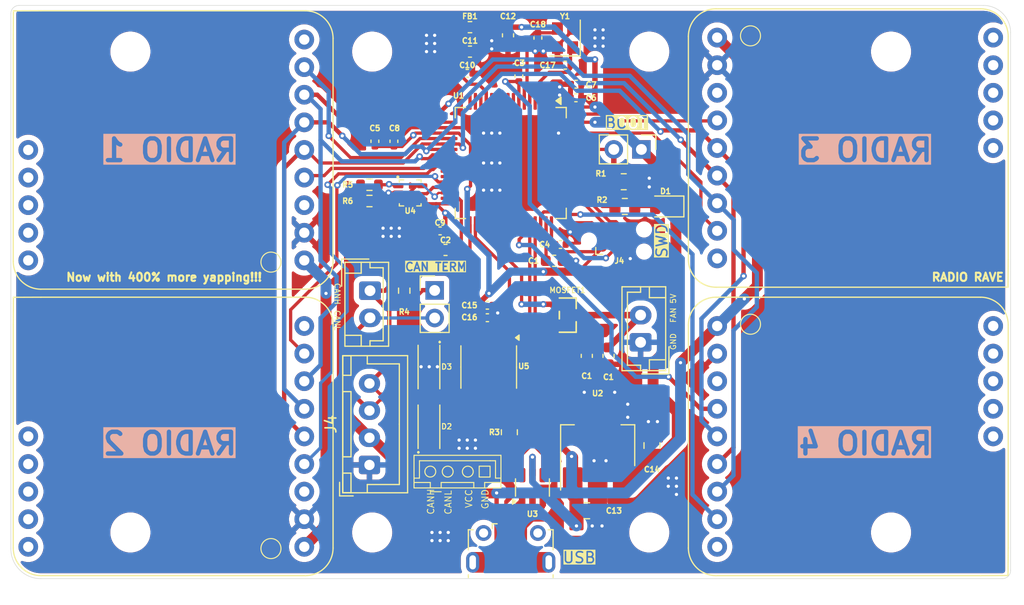
<source format=kicad_pcb>
(kicad_pcb (version 20241229) (generator "pcbnew") (generator_version "9.0")
  (layers (0 "F.Cu" signal) (4 "In1.Cu" signal) (6 "In2.Cu" signal) (2 "B.Cu" signal) (13 "F.Paste" user) (15 "B.Paste" user) (5 "F.SilkS" user "F.Silkscreen") (7 "B.SilkS" user "B.Silkscreen") (1 "F.Mask" user) (3 "B.Mask" user) (25 "Edge.Cuts" user))
  (net 0 "")
  (net 1 "Net-(U5-Rs)")
  (net 2 "Net-(D1-A)")
  (net 3 "/USER_LED")
  (net 4 "/BOOT0")
  (net 5 "GND")
  (net 6 "/I2C2_SDA")
  (net 7 "/I2C2_SCL")
  (net 8 "Net-(JP2-A)")
  (net 9 "Net-(J1-D+)")
  (net 10 "VCC")
  (net 11 "Net-(J1-D-)")
  (net 12 "/USB_D-")
  (net 13 "/USB_D+")
  (net 14 "+3.3V")
  (net 15 "/CRX")
  (net 16 "/CTX")
  (net 24 "/CS_4")
  (net 26 "/FAN")
  (net 28 "Net-(U1-VDDA)")
  (net 30 "/MISO")
  (net 32 "/CS_2")
  (net 34 "/G0_3")
  (net 36 "/G0_1")
  (net 42 "/SCK")
  (net 43 "Net-(U1-VCAP_2)")
  (net 44 "/HSE_OUT")
  (net 45 "/CS_3")
  (net 46 "/HSE_IN")
  (net 48 "/CS_1")
  (net 50 "/MOSI")
  (net 53 "/G0_4")
  (net 54 "/SWDIO")
  (net 57 "Net-(U1-VCAP_1)")
  (net 58 "/G0_2")
  (net 59 "/SWO")
  (net 61 "/SWCLK")
  (net 64 "/NRST")
  (net 65 "CANL")
  (net 66 "CANH")
  (net 67 "FAN_PWR")
  (footprint "Resistor_SMD:R_0805_2012Metric" (layer "F.Cu") (at 160.4 101.725 180)
    (property "Reference" "R1")
    (property "Value" "10k")
  )
  (footprint "Capacitor_SMD:C_0805_2012Metric" (layer "F.Cu") (at 157 132)
    (property "Reference" "C13")
    (property "Value" "10uF")
  )
  (footprint "Connector_JST:JST_EH_B2B-EH-A_1x02_P2.50mm_Vertical" (layer "F.Cu") (at 161.95 116.5 90)
    (property "Reference" "REF**" (hide yes))
    (property "Value" "JST_EH_B2B-EH-A_1x02_P2.50mm_Vertical")
  )
  (footprint "Library:SC-70-5" (layer "F.Cu") (at 140.75 102.75)
    (property "Reference" "U4")
    (property "Value" "24LC01BT-E/LT")
  )
  (footprint "Capacitor_SMD:C_0402_1005Metric" (layer "F.Cu") (at 155.02 91 180)
    (property "Reference" "C17")
    (property "Value" "10pF")
  )
  (footprint "Radio:RFM95W" (layer "F.Cu") (at 118.935 98.8 90)
    (property "Reference" "U3" (hide yes))
    (property "Value" "RFM95W")
  )
  (footprint "Package_TO_SOT_SMD:SOT-223-3_TabPin2" (layer "F.Cu") (at 158 126 90)
    (property "Reference" "U2")
    (property "Value" "MIC37100-3.3WS")
  )
  (footprint "MountingHole:MountingHole_3.2mm_M3" (layer "F.Cu") (at 162.75 134)
    (property "Reference" "H4" (hide yes))
    (property "Value" "M3")
  )
  (footprint "Resistor_SMD:R_0805_2012Metric" (layer "F.Cu") (at 149.875 124.775 -90)
    (property "Reference" "R3")
    (property "Value" "10k")
  )
  (footprint "Connector_PinHeader_2.54mm:PinHeader_1x02_P2.54mm_Vertical" (layer "F.Cu") (at 143 111.725)
    (property "Reference" "JP2" (hide yes))
    (property "Value" "Bus Termination")
  )
  (footprint "Package_QFP:LQFP-64_10x10mm_P0.5mm" (layer "F.Cu") (at 150 100 -90)
    (property "Reference" "U1")
    (property "Value" "STM32F405RGT6")
  )
  (footprint "Library:SOD-123FL" (layer "F.Cu") (at 142.475 124.275 90)
    (property "Reference" "D2")
    (property "Value" "TVS")
  )
  (footprint "Resistor_SMD:R_0603_1608Metric" (layer "F.Cu") (at 140.2 111.75 -90)
    (property "Reference" "R4")
    (property "Value" "120")
  )
  (footprint "Package_TO_SOT_SMD:SOT-23-6" (layer "F.Cu") (at 152 129.8625 90)
    (property "Reference" "U3")
    (property "Value" "USBLC6-2SC6")
  )
  (footprint "Capacitor_SMD:C_0402_1005Metric" (layer "F.Cu") (at 139.25 98 -90)
    (property "Reference" "C8")
    (property "Value" "100nF")
  )
  (footprint "Capacitor_SMD:C_0402_1005Metric" (layer "F.Cu") (at 137.5 98 -90)
    (property "Reference" "C5")
    (property "Value" "100nF")
  )
  (footprint "Capacitor_SMD:C_0402_1005Metric" (layer "F.Cu") (at 152.5 88.5 -90)
    (property "Reference" "C18")
    (property "Value" "10pF")
  )
  (footprint "Capacitor_SMD:C_0402_1005Metric" (layer "F.Cu") (at 146 91.75 180)
    (property "Reference" "C10")
    (property "Value" "100nF")
  )
  (footprint "Capacitor_SMD:C_0402_1005Metric" (layer "F.Cu") (at 143.5 106.25)
    (property "Reference" "C9")
    (property "Value" "100nF")
  )
  (footprint "Capacitor_SMD:C_0402_1005Metric" (layer "F.Cu") (at 156 94)
    (property "Reference" "C6")
    (property "Value" "100nF")
  )
  (footprint "Radio:RFM95W" (layer "F.Cu") (at 181.065 125.16 -90)
    (property "Reference" "U3" (hide yes))
    (property "Value" "RFM95W")
  )
  (footprint "MountingHole:MountingHole_3.2mm_M3" (layer "F.Cu") (at 115 134)
    (property "Reference" "H1" (hide yes))
    (property "Value" "M3")
  )
  (footprint "Capacitor_SMD:C_0402_1005Metric" (layer "F.Cu") (at 147.85 114.2375 180)
    (property "Reference" "C16")
    (property "Value" "100nF")
  )
  (footprint "Capacitor_SMD:C_0402_1005Metric" (layer "F.Cu") (at 147.85 113.0875 180)
    (property "Reference" "C15")
    (property "Value" "100nF")
  )
  (footprint "Resistor_SMD:R_0805_2012Metric" (layer "F.Cu") (at 160.5 104 180)
    (property "Reference" "R2")
    (property "Value" "220")
  )
  (footprint "Library:SOT23_TOS" (layer "F.Cu") (at 155.25 114 -90)
    (property "Reference" "REF**" (hide yes))
    (property "Value" "SOT23_TOS")
  )
  (footprint "Capacitor_SMD:C_0402_1005Metric" (layer "F.Cu") (at 154.575 107.5 180)
    (property "Reference" "C4")
    (property "Value" "100nF")
  )
  (footprint "Radio:RFM95W" (layer "F.Cu") (at 181.065 98.62 -90)
    (property "Reference" "U3" (hide yes))
    (property "Value" "RFM95W")
  )
  (footprint "MountingHole:MountingHole_3.2mm_M3" (layer "F.Cu") (at 185 134)
    (property "Reference" "H1" (hide yes))
    (property "Value" "M3")
  )
  (footprint "Capacitor_SMD:C_0402_1005Metric" (layer "F.Cu") (at 156.02 92.75)
    (property "Reference" "C7")
    (property "Value" "100nF")
  )
  (footprint "Connector_USB:USB_Micro-B_Molex-105017-0001" (layer "F.Cu") (at 150 135.5125)
    (property "Reference" "J4" (hide yes))
    (property "Value" "USB_B_Micro")
  )
  (footprint "Library:SOD-123FL" (layer "F.Cu") (at 142.475 118.775 -90)
    (property "Reference" "D3")
    (property "Value" "TVS")
  )
  (footprint "Resistor_SMD:R_0603_1608Metric" (layer "F.Cu") (at 137 103.5 180)
    (property "Reference" "R6")
    (property "Value" "2.7k")
  )
  (footprint "Crystal:Crystal_SMD_2520-4Pin_2.5x2.0mm" (layer "F.Cu") (at 155 88.5 90)
    (property "Reference" "Y1")
    (property "Value" "12MHz")
  )
  (footprint "Connector_JST:JST_EH_B2B-EH-A_1x02_P2.50mm_Vertical" (layer "F.Cu") (at 137.05 111.75 -90)
    (property "Reference" "REF**" (hide yes))
    (property "Value" "JST_EH_B2B-EH-A_1x02_P2.50mm_Vertical")
  )
  (footprint "MountingHole:MountingHole_3.2mm_M3" (layer "F.Cu") (at 115 89.75)
    (property "Reference" "H1" (hide yes))
    (property "Value" "M3")
  )
  (footprint "Connector:Tag-Connect_TC2030-IDC-NL_2x03_P1.27mm_Vertical" (layer "F.Cu") (at 159.73 107.135)
    (property "Reference" "J4")
    (property "Value" "Conn_ARM_SWD_TagConnect_TC2030")
  )
  (footprint "Package_SO:SOIC-8_3.9x4.9mm_P1.27mm" (layer "F.Cu") (at 147.975 118.775 -90)
    (property "Reference" "U5")
    (property "Value" "SN65HVD230")
  )
  (footprint "Resistor_SMD:R_0603_1608Metric" (layer "F.Cu") (at 137 102 180)
    (property "Reference" "R5")
    (property "Value" "2.7k")
  )
  (footprint "LED_SMD:LED_0805_2012Metric" (layer "F.Cu") (at 164.25 104 180)
    (property "Reference" "D1")
    (property "Value" "GREEN")
  )
  (footprint "Capacitor_SMD:C_0603_1608Metric" (layer "F.Cu") (at 149.75 88.25 90)
    (property "Reference" "C12")
    (property "Value" "1uF")
  )
  (footprint "Inductor_SMD:L_0603_1608Metric" (layer "F.Cu") (at 146.25 87.5)
    (property "Reference" "FB1")
    (property "Value" "120R")
  )
  (footprint "MountingHole:MountingHole_3.2mm_M3" (layer "F.Cu") (at 137.25 134)
    (property "Reference" "H3" (hide yes))
    (property "Value" "M3")
  )
  (footprint "Capacitor_SMD:C_0603_1608Metric" (layer "F.Cu") (at 144 108 180)
    (property "Reference" "C2")
    (property "Value" "2.2uF")
  )
  (footprint "Capacitor_SMD:C_0402_1005Metric" (layer "F.Cu") (at 150.75 92 -90)
    (property "Reference" "C3")
    (property "Value" "100nF")
  )
  (footprint "Capacitor_SMD:C_0603_1608Metric" (layer "F.Cu") (at 159 117.75 -90)
    (property "Reference" "C1")
    (property "Value" "100nF")
  )
  (footprint "MountingHole:MountingHole_3.2mm_M3" (layer "F.Cu") (at 185 89.75)
    (property "Reference" "H1" (hide yes))
    (property "Value" "M3")
  )
  (footprint "Connector_PinHeader_2.54mm:PinHeader_1x02_P2.54mm_Vertical" (layer "F.Cu") (at 162.025 98.75 -90)
    (property "Reference" "JP1" (hide yes))
    (property "Value" "BOOT")
  )
  (footprint "MountingHole:MountingHole_3.2mm_M3" (layer "F.Cu") (at 137.25 89.75)
    (property "Reference" "H1" (hide yes))
    (property "Value" "M3")
  )
  (footprint "Connector_JST:JST_XH_B4B-XH-A_1x04_P2.50mm_Vertical" (layer "F.Cu") (at 137 127.7875 90)
    (property "Reference" "J4")
    (property "Value" "JST-XH")
  )
  (footprint "Capacitor_SMD:C_0805_2012Metric" (layer "F.Cu") (at 163 126 90)
    (property "Reference" "C14")
    (property "Value" "10uF")
  )
  (footprint "MountingHole:MountingHole_3.2mm_M3" (layer "F.Cu") (at 162.75 89.75)
    (property "Reference" "H2" (hide yes))
    (property "Value" "M3")
  )
  (footprint "Capacitor_SMD:C_0603_1608Metric" (layer "F.Cu") (at 157 117.75 -90)
    (property "Reference" "C1")
    (property "Value" "100nF")
  )
  (footprint "Capacitor_SMD:C_0603_1608Metric" (layer "F.Cu") (at 146.25 89.75 180)
    (property "Reference" "C11")
    (property "Value" "1uF")
  )
  (footprint "Capacitor_SMD:C_0603_1608Metric" (layer "F.Cu") (at 154 109 180)
    (property "Reference" "C1")
    (property "Value" "2.2uF")
  )
  (footprint "Radio:RFM95W" (layer "F.Cu") (at 118.935 125.16 90)
    (property "Reference" "U3" (hide yes))
    (property "Value" "RFM95W")
  )
  (gr_line (start 146.6 129.9) (end 146.6 129.4) (stroke (width 0.1)) (layer "F.SilkS"))
  (gr_rect (start 147.1 127.9) (end 148.1 128.9) (stroke (width 0.1)) (fill no) (layer "F.SilkS"))
  (gr_line (start 149.1 129.4) (end 147.6 129.4) (stroke (width 0.1)) (layer "F.SilkS"))
  (gr_line (start 146.6 129.4) (end 143.6 129.4) (stroke (width 0.1)) (layer "F.SilkS"))
  (gr_line (start 143.6 129.9) (end 143.6 129.4) (stroke (width 0.1)) (layer "F.SilkS"))
  (gr_line (start 141.1 129.4) (end 142.6 129.4) (stroke (width 0.1)) (layer "F.SilkS"))
  (gr_line (start 149.1 129.9) (end 141.1 129.9) (stroke (width 0.1)) (layer "F.SilkS"))
  (gr_line (start 148.1 127.4) (end 148.6 127.4) (stroke (width 0.1)) (layer "F.SilkS"))
  (gr_line (start 147.6 129.4) (end 147.6 129.9) (stroke (width 0.1)) (layer "F.SilkS"))
  (gr_circle (center 142.6 128.4) (end 142.6 127.9) (stroke (width 0.1)) (fill no) (layer "F.SilkS"))
  (gr_line (start 142.6 130.25) (end 143.6 130.25) (stroke (width 0.1)) (layer "F.SilkS"))
  (gr_line (start 141.1 126.9) (end 149.1 126.9) (stroke (width 0.1)) (layer "F.SilkS"))
  (gr_line (start 141.1 129) (end 141.6 129) (stroke (width 0.1)) (layer "F.SilkS"))
  (gr_line (start 141.1 129.9) (end 141.1 126.9) (stroke (width 0.1)) (layer "F.SilkS"))
  (gr_line (start 141.6 129) (end 141.6 127.4) (stroke (width 0.1)) (layer "F.SilkS"))
  (gr_circle (center 144.2 128.4) (end 144.2 127.9) (stroke (width 0.1)) (fill no) (layer "F.SilkS"))
  (gr_line (start 141.6 127.4) (end 148.1 127.4) (stroke (width 0.1)) (layer "F.SilkS"))
  (gr_line (start 142.6 129.4) (end 142.6 129.9) (stroke (width 0.1)) (layer "F.SilkS"))
  (gr_line (start 148.6 127.4) (end 148.6 129) (stroke (width 0.1)) (layer "F.SilkS"))
  (gr_line (start 148.6 129) (end 149.1 129) (stroke (width 0.1)) (layer "F.SilkS"))
  (gr_circle (center 146.05 128.4) (end 146.05 127.9) (stroke (width 0.1)) (fill no) (layer "F.SilkS"))
  (gr_line (start 149.1 126.9) (end 149.1 129.9) (stroke (width 0.1)) (layer "F.SilkS"))
  (gr_arc (start 193.5 85.5) (mid 195.267767 86.232233) (end 196 88) (stroke (width 0.05)) (layer "Edge.Cuts"))
  (gr_line (start 104 135.5) (end 104 86.25) (stroke (width 0.05)) (layer "Edge.Cuts"))
  (gr_arc (start 104 86.25) (mid 104.21967 85.71967) (end 104.75 85.5) (stroke (width 0.05)) (layer "Edge.Cuts"))
  (gr_line (start 104.75 85.5) (end 193.5 85.5) (stroke (width 0.05)) (layer "Edge.Cuts"))
  (gr_arc (start 106.75 138.25) (mid 104.805456 137.444544) (end 104 135.5) (stroke (width 0.05)) (layer "Edge.Cuts"))
  (gr_arc (start 196 137.5) (mid 195.78033 138.03033) (end 195.25 138.25) (stroke (width 0.05)) (layer "Edge.Cuts"))
  (gr_line (start 196 88) (end 196 137.5) (stroke (width 0.05)) (layer "Edge.Cuts"))
  (gr_line (start 195.25 138.25) (end 106.75 138.25) (stroke (width 0.05)) (layer "Edge.Cuts"))
  (gr_text "USB" (at 154.7 136.9 0) (layer "F.SilkS" knockout) (effects (font (size 1 1)) (justify left bottom)))
  (gr_text "CANL" (at 133.75 113.5 270) (layer "F.SilkS") (effects (font (size 0.5 0.5) (thickness 0.08)) (justify left bottom)))
  (gr_text "MOSFET1" (at 153.5 112 0) (layer "F.SilkS") (effects (font (size 0.5 0.5) (thickness 0.1)) (justify left bottom)))
  (gr_text "CANL" (at 144.6 132.4 90) (layer "F.SilkS") (effects (font (size 0.6 0.6) (thickness 0.08)) (justify left bottom)))
  (gr_text "CANH" (at 133.75 111 270) (layer "F.SilkS") (effects (font (size 0.5 0.5) (thickness 0.08)) (justify left bottom)))
  (gr_text "GND" (at 165.25 117.25 90) (layer "F.SilkS") (effects (font (size 0.5 0.5) (thickness 0.08)) (justify left bottom)))
  (gr_text "SWD" (at 164.5 108.8 90) (layer "F.SilkS" knockout) (effects (font (size 1 1)) (justify left bottom)))
  (gr_text "GND" (at 148 131.9 90) (layer "F.SilkS") (effects (font (size 0.6 0.6) (thickness 0.08)) (justify left bottom)))
  (gr_text "CANH" (at 143 132.4 90) (layer "F.SilkS") (effects (font (size 0.6 0.6) (thickness 0.08)) (justify left bottom)))
  (gr_text "RADIO RAVE" (at 188.65 110.95 0) (layer "F.SilkS") (effects (font (size 0.75 0.75) (thickness 0.1875) (bold yes)) (justify left bottom)))
  (gr_text "VCC\n" (at 146.5 131.8 90) (layer "F.SilkS") (effects (font (size 0.6 0.6) (thickness 0.08)) (justify left bottom)))
  (gr_text "CAN TERM" (at 140.2 110 0) (layer "F.SilkS" knockout) (effects (font (size 0.75 0.75)) (justify left bottom)))
  (gr_text "BOOT" (at 158.6 96.9 0) (layer "F.SilkS" knockout) (effects (font (size 1 1)) (justify left bottom)))
  (gr_text "Now with 400% more yapping!!!" (at 109 110.95 0) (layer "F.SilkS") (effects (font (size 0.75 0.75) (thickness 0.1875) (bold yes)) (justify left bottom)))
  (gr_text "FAN 5V" (at 165.25 114.75 90) (layer "F.SilkS") (effects (font (size 0.5 0.5) (thickness 0.08)) (justify left bottom)))
  (gr_text "RADIO 2" (at 125 127 -0) (layer "B.SilkS" knockout) (effects (font (size 2 2) (thickness 0.4)) (justify left bottom mirror)))
  (gr_text "RADIO 1" (at 125 100 -0) (layer "B.SilkS" knockout) (effects (font (size 2 2) (thickness 0.4)) (justify left bottom mirror)))
  (gr_text "RADIO 4" (at 189 127 -0) (layer "B.SilkS" knockout) (effects (font (size 2 2) (thickness 0.4)) (justify left bottom mirror)))
  (gr_text "RADIO 3" (at 189 100 -0) (layer "B.SilkS" knockout) (effects (font (size 2 2) (thickness 0.4)) (justify left bottom mirror)))
  (segment (start 149.88 121.25) (end 149.88 123.8575) (width 0.6) (layer "F.Cu") (net 1))
  (segment (start 150.405 123.87) (end 150.4 123.875) (width 0.3) (layer "F.Cu") (net 1))
  (segment (start 161.4125 104) (end 163.3125 104) (width 0.3) (layer "F.Cu") (net 2))
  (segment (start 156.55312 99.25) (end 155.675 99.25) (width 0.3) (layer "F.Cu") (net 3))
  (segment (start 159.5875 104) (end 158.425963 104) (width 0.3) (layer "F.Cu") (net 3))
  (segment (start 158.425963 104) (end 157.5 103.074037) (width 0.3) (layer "F.Cu") (net 3))
  (segment (start 157.5 103.074037) (end 157.5 100.19688) (width 0.3) (layer "F.Cu") (net 3))
  (segment (start 157.5 100.19688) (end 156.55312 99.25) (width 0.3) (layer "F.Cu") (net 3))
  (segment (start 159.5875 98.8525) (end 159.485 98.75) (width 0.2) (layer "F.Cu") (net 4))
  (segment (start 159.4875 101.725) (end 159.4875 98.7525) (width 0.5) (layer "F.Cu") (net 4))
  (segment (start 159.4875 98.7525) (end 159.485 98.75) (width 0.5) (layer "F.Cu") (net 4))
  (segment (start 157.275 98.25) (end 157.775 98.75) (width 0.3) (layer "F.Cu") (net 4))
  (segment (start 155.675 98.25) (end 157.275 98.25) (width 0.3) (layer "F.Cu") (net 4))
  (segment (start 157.775 98.75) (end 159.485 98.75) (width 0.3) (layer "F.Cu") (net 4))
  (segment (start 152.5 88.98) (end 152.5 89.5) (width 0.3) (layer "F.Cu") (net 5))
  (segment (start 155.7 87.8) (end 154.3 89.2) (width 0.3) (layer "F.Cu") (net 5))
  (segment (start 153.375 89.375) (end 153 89.75) (width 0.3) (layer "F.Cu") (net 5))
  (segment (start 148.8 113.5575) (end 148.33 113.0875) (width 0.5) (layer "F.Cu") (net 5))
  (segment (start 139.65 102.75) (end 138.75 102.75) (width 0.3) (layer "F.Cu") (net 5))
  (segment (start 155.475 106.35) (end 155.055 106.77) (width 0.4) (layer "F.Cu") (net 5))
  (segment (start 144.325 96.75) (end 140.806714 96.75) (width 0.3) (layer "F.Cu") (net 5))
  (segment (start 148.61 114.5175) (end 148.33 114.2375) (width 0.5) (layer "F.Cu") (net 5))
  (segment (start 144.325 96.75) (end 147 96.75) (width 0.3) (layer "F.Cu") (net 5))
  (segment (start 154.3 90.76) (end 154.54 91) (width 0.5) (layer "F.Cu") (net 5))
  (segment (start 148.33 113.0875) (end 148.33 114.2375) (width 0.5) (layer "F.Cu") (net 5))
  (segment (start 152.537501 129.8) (end 154.1 129.8) (width 0.4) (layer "F.Cu") (net 5))
  (segment (start 152.625 89.375) (end 152.25 89.75) (width 0.3) (layer "F.Cu") (net 5))
  (segment (start 141.307874 102.1) (end 141.85 102.1) (width 0.3) (layer "F.Cu") (net 5))
  (segment (start 151.3 134.05) (end 151.3 133.5) (width 0.4) (layer "F.Cu") (net 5))
  (segment (start 152 130.337501) (end 152.537501 129.8) (width 0.4) (layer "F.Cu") (net 5))
  (segment (start 148.25 94.325) (end 148.25 97.25) (width 0.3) (layer "F.Cu") (net 5))
  (segment (start 140.806714 96.75) (end 140.036714 97.52) (width 0.3) (layer "F.Cu") (net 5))
  (segment (start 154.3 89.375) (end 153.375 89.375) (width 0.3) (layer "F.Cu") (net 5))
  (segment (start 152 131) (end 152 130.337501) (width 0.4) (layer "F.Cu") (net 5))
  (segment (start 154.79688 96.75) (end 154.4 97.14688) (width 0.3) (layer "F.Cu") (net 5))
  (segment (start 155.055 106.77) (end 155.055 107.5) (width 0.4) (layer "F.Cu") (net 5))
  (segment (start 161 108.8) (end 161 107.77) (width 0.3) (layer "F.Cu") (net 5))
  (segment (start 140.036714 97.52) (end 137.5 97.52) (width 0.3) (layer "F.Cu") (net 5))
  (segment (start 151.3 133.5) (end 152 132.8) (width 0.4) (layer "F.Cu") (net 5))
  (segment (start 154.3 89.2) (end 154.3 89.375) (width 0.3) (layer "F.Cu") (net 5))
  (segment (start 148.61 116.3) (end 148.61 114.5175) (width 0.5) (layer "F.Cu") (net 5))
  (segment (start 155.675 96.75) (end 154.79688 96.75) (width 0.3) (layer "F.Cu") (net 5))
  (segment (start 148.8 113.8) (end 148.3625 114.2375) (width 0.5) (layer "F.Cu") (net 5))
  (segment (start 152.5 88.98) (end 152.5 89.25) (width 0.3) (layer "F.Cu") (net 5))
  (segment (start 154.1 129.8) (end 154 129.9) (width 0.4) (layer "F.Cu") (net 5))
  (segment (start 139.65 102.75) (end 140.657874 102.75) (width 0.3) (layer "F.Cu") (net 5))
  (segment (start 154 129.9) (end 153.9 129.9) (width 0.4) (layer "F.Cu") (net 5))
  (segment (start 154.775 109) (end 156 109) (width 0.4) (layer "F.Cu") (net 5))
  (segment (start 152 132.8) (end 153.8 132.8) (width 0.4) (layer "F.Cu") (net 5))
  (segment (start 155.7 87.625) (end 155.7 87.8) (width 0.3) (layer "F.Cu") (net 5))
  (segment (start 154.3 89.375) (end 152.625 89.375) (width 0.5) (layer "F.Cu") (net 5))
  (segment (start 148.3625 114.2375) (end 148.33 114.2375) (width 0.5) (layer "F.Cu") (net 5))
  (segment (start 154.4 97.14688) (end 154.4 97.25) (width 0.3) (layer "F.Cu") (net 5))
  (segment (start 152.5 89.25) (end 153 89.75) (width 0.3) (layer "F.Cu") (net 5))
  (segment (start 148.8 113.8) (end 148.8 113.5575) (width 0.5) (layer "F.Cu") (net 5))
  (segment (start 152.5 89.5) (end 152.25 89.75) (width 0.3) (layer "F.Cu") (net 5))
  (segment (start 147 96.75) (end 147.5 97.25) (width 0.3) (layer "F.Cu") (net 5))
  (segment (start 154.3 89.375) (end 154.3 90.76) (width 0.5) (layer "F.Cu") (net 5))
  (segment (start 140.657874 102.75) (end 141.307874 102.1) (width 0.3) (layer "F.Cu") (net 5))
  (via (at 157.5 133.4) (size 0.7) (drill 0.3) (layers "F.Cu" "B.Cu") (net 5))
  (via (at 148.25 100) (size 0.6) (drill 0.3) (layers "F.Cu" "B.Cu") (net 5))
  (via (at 160.76817 123.4) (size 0.7) (drill 0.3) (layers "F.Cu" "B.Cu") (net 5))
  (via (at 158.5 89.25) (size 0.6) (drill 0.3) (layers "F.Cu" "B.Cu") (net 5))
  (via (at 139 106.75) (size 0.6) (drill 0.3) (layers "F.Cu" "B.Cu") (net 5))
  (via (at 138.75 102.75) (size 0.6) (drill 0.3) (layers "F.Cu" "B.Cu") (net 5))
  (via (at 143.5 134.75) (size 0.6) (drill 0.3) (layers "F.Cu" "B.Cu") (net 5))
  (via (at 142.5 118.75) (size 0.6) (drill 0.3) (layers "F.Cu" "B.Cu") (net 5))
  (via (at 149 97.25) (size 0.6) (drill 0.3) (layers "F.Cu" "B.Cu") (net 5))
  (via (at 158.5 87.75) (size 0.6) (drill 0.3) (layers "F.Cu" "B.Cu") (net 5))
  (via (at 157.75 89.25) (size 0.6) (drill 0.3) (layers "F.Cu" "B.Cu") (net 5))
  (via (at 161 108.8) (size 0.6) (drill 0.3) (layers "F.Cu" "B.Cu") (net 5))
  (via (at 149 102.5) (size 0.6) (drill 0.3) (layers "F.Cu" "B.Cu") (net 5))
  (via (at 160.76817 122.2) (size 0.7) (drill 0.3) (layers "F.Cu" "B.Cu") (net 5))
  (via (at 157.66817 127.4) (size 0.7) (drill 0.3) (layers "F.Cu" "B.Cu") (net 5))
  (via (at 145.25 125.5) (size 0.6) (drill 0.3) (layers "F.Cu" "B.Cu") (net 5))
  (via (at 148.25 88.75) (size 0.6) (drill 0.3) (layers "F.Cu" "B.Cu") (net 5))
  (via (at 149 100) (size 0.6) (drill 0.3) (layers "F.Cu" "B.Cu") (net 5))
  (via (at 142.25 89.75) (size 0.6) (drill 0.3) (layers "F.Cu" "B.Cu") (net 5))
  (via (at 142.25 89) (size 0.6) (drill 0.3) (layers "F.Cu" "B.Cu") (net 5))
  (via (at 165.25 129) (size 0.6) (drill 0.3) (layers "F.Cu" "B.Cu") (net 5))
  (via (at 154.5 93) (size 0.6) (drill 0.3) (layers "F.Cu" "B.Cu") (net 5))
  (via (at 165.25 130.5) (size 0.6) (drill 0.3) (layers "F.Cu" "B.Cu") (net 5))
  (via (at 164.5 129) (size 0.6) (drill 0.3) (layers "F.Cu" "B.Cu") (net 5))
  (via (at 147.5 97.25) (size 0.6) (drill 0.3) (layers "F.Cu" "B.Cu") (net 5))
  (via (at 141.75 118.75) (size 0.6) (drill 0.3) (layers "F.Cu" "B.Cu") (net 5))
  (via (at 139.75 106) (size 0.6) (drill 0.3) (layers "F.Cu" "B.Cu") (net 5))
  (via (at 139.75 106.75) (size 0.6) (drill 0.3) (layers "F.Cu" "B.Cu") (net 5))
  (via (at 146 126.25) (size 0.6) (drill 0.3) (layers "F.Cu" "B.Cu") (net 5))
  (via (at 143.25 118.75) (size 0.6) (drill 0.3) (layers "F.Cu" "B.Cu") (net 5))
  (via (at 165.25 129.75) (size 0.6) (drill 0.3) (layers "F.Cu" "B.Cu") (net 5))
  (via (at 157.75 87.75) (size 0.6) (drill 0.3) (layers "F.Cu" "B.Cu") (net 5))
  (via (at 147.5 100) (size 0.6) (drill 0.3) (layers "F.Cu" "B.Cu") (net 5))
  (via (at 146.75 125.5) (size 0.6) (drill 0.3) (layers "F.Cu" "B.Cu") (net 5))
  (via (at 158.4 133.4) (size 0.7) (drill 0.3) (layers "F.Cu" "B.Cu") (net 5))
  (via (at 154.4 97.25) (size 0.6) (drill 0.3) (layers "F.Cu" "B.Cu") (net 5))
  (via (at 158.76817 127.4) (size 0.7) (drill 0.3) (layers "F.Cu" "B.Cu") (net 5))
  (via (at 162.66817 123.8) (size 0.7) (drill 0.3) (layers "F.Cu" "B.Cu") (net 5))
  (via (at 148.25 97.25) (size 0.6) (drill 0.3) (layers "F.Cu" "B.Cu") (net 5))
  (via (at 156 109) (size 0.6) (drill 0.3) (layers "F.Cu" "B.Cu") (net 5))
  (via (at 143 89.75) (size 0.6) (drill 0.3) (layers "F.Cu" "B.Cu") (net 5))
  (via (at 146.75 126.25) (size 0.6) (drill 0.3) (layers "F.Cu" "B.Cu") (net 5))
  (via (at 145.25 126.25) (size 0.6) (drill 0.3) (layers "F.Cu" "B.Cu") (net 5))
  (via (at 157.75 88.5) (size 0.6) (drill 0.3) (layers "F.Cu" "B.Cu") (net 5))
  (via (at 163.5 123.8) (size 0.7) (drill 0.3) (layers "F.Cu" "B.Cu") (net 5))
  (via (at 162.75 102.2) (size 0.6) (drill 0.3) (layers "F.Cu" "B.Cu") (net 5))
  (via (at 148.25 89.5) (size 0.6) (drill 0.3) (layers "F.Cu" "B.Cu") (net 5))
  (via (at 146 125.5) (size 0.6) (drill 0.3) (layers "F.Cu" "B.Cu") (net 5))
  (via (at 152.25 89.7) (size 0.6) (drill 0.3) (layers "F.Cu" "B.Cu") (net 5))
  (via (at 154.5 93.75) (size 0.6) (drill 0.3) (layers "F.Cu" "B.Cu") (net 5))
  (via (at 143 88.25) (size 0.6) (drill 0.3) (layers "F.Cu" "B.Cu") (net 5))
  (via (at 142.75 134) (size 0.6) (drill 0.3) (layers "F.Cu" "B.Cu") (net 5))
  (via (at 159.56817 121.1) (size 0.7) (drill 0.3) (layers "F.Cu" "B.Cu") (net 5))
  (via (at 158.5 88.5) (size 0.6) (drill 0.3) (layers "F.Cu" "B.Cu") (net 5))
  (via (at 143.5 134) (size 0.6) (drill 0.3) (layers "F.Cu" "B.Cu") (net 5))
  (via (at 153 89.7) (size 0.6) (drill 0.3) (layers "F.Cu" "B.Cu") (net 5))
  (via (at 143 89) (size 0.6) (drill 0.3) (layers "F.Cu" "B.Cu") (net 5))
  (via (at 144.25 134) (size 0.6) (drill 0.3) (layers "F.Cu" "B.Cu") (net 5))
  (via (at 138.25 106) (size 0.6) (drill 0.3) (layers "F.Cu" "B.Cu") (net 5))
  (via (at 164.5 129.75) (size 0.6) (drill 0.3) (layers "F.Cu" "B.Cu") (net 5))
  (via (at 144.25 134.75) (size 0.6) (drill 0.3) (layers "F.Cu" "B.Cu") (net 5))
  (via (at 155.475 106.35) (size 0.6) (drill 0.3) (layers "F.Cu" "B.Cu") (net 5))
  (via (at 139 106) (size 0.6) (drill 0.3) (layers "F.Cu" "B.Cu") (net 5))
  (via (at 148.25 102.5) (size 0.6) (drill 0.3) (layers "F.Cu" "B.Cu") (net 5))
  (via (at 156.76817 121.1) (size 0.7) (drill 0.3) (layers "F.Cu" "B.Cu") (net 5))
  (via (at 142.75 134.75) (size 0.6) (drill 0.3) (layers "F.Cu" "B.Cu") (net 5))
  (via (at 162.75 101.4) (size 0.6) (drill 0.3) (layers "F.Cu" "B.Cu") (net 5))
  (via (at 148.8 113.8) (size 0.6) (drill 0.3) (layers "F.Cu" "B.Cu") (net 5))
  (via (at 147.5 102.5) (size 0.6) (drill 0.3) (layers "F.Cu" "B.Cu") (net 5))
  (via (at 138.25 106.75) (size 0.6) (drill 0.3) (layers "F.Cu" "B.Cu") (net 5))
  (via (at 142.25 88.25) (size 0.6) (drill 0.3) (layers "F.Cu" "B.Cu") (net 5))
  (segment (start 144.325 102.75) (end 143.35 102.75) (width 0.2) (layer "F.Cu") (net 6))
  (segment (start 137.825 102) (end 139.55 102) (width 0.3) (layer "F.Cu") (net 6))
  (segment (start 143.35 102.75) (end 143 103.1) (width 0.2) (layer "F.Cu") (net 6))
  (segment (start 139.55 102) (end 139.65 102.1) (width 0.3) (layer "F.Cu") (net 6))
  (via (at 143 103.1) (size 0.6) (drill 0.3) (layers "F.Cu" "B.Cu") (net 6))
  (via (at 138.803215 101.951769) (size 0.6) (drill 0.3) (layers "F.Cu" "B.Cu") (net 6))
  (segment (start 143 103.1) (end 141.851769 101.951769) (width 0.2) (layer "B.Cu") (net 6))
  (segment (start 141.851769 101.951769) (end 138.803215 101.951769) (width 0.2) (layer "B.Cu") (net 6))
  (segment (start 141.292394 102.824) (end 142.276 102.824) (width 0.3) (layer "F.Cu") (net 7))
  (segment (start 137.825 103.5) (end 139.55 103.5) (width 0.3) (layer "F.Cu") (net 7))
  (segment (start 142.85 102.25) (end 144.325 102.25) (width 0.3) (layer "F.Cu") (net 7))
  (segment (start 140.716394 103.4) (end 141.292394 102.824) (width 0.3) (layer "F.Cu") (net 7))
  (segment (start 142.276 102.824) (end 142.85 102.25) (width 0.3) (layer "F.Cu") (net 7))
  (segment (start 139.65 103.4) (end 140.716394 103.4) (width 0.3) (layer "F.Cu") (net 7))
  (segment (start 139.55 103.5) (end 139.65 103.4) (width 0.3) (layer "F.Cu") (net 7))
  (segment (start 140.2 112.575) (end 141 112.575) (width 0.4) (layer "F.Cu") (net 8))
  (segment (start 141 112.575) (end 141.875 111.7) (width 0.4) (layer "F.Cu") (net 8))
  (segment (start 141.875 111.7) (end 142.975 111.7) (width 0.4) (layer "F.Cu") (net 8))
  (segment (start 142.975 111.7) (end 143 111.725) (width 0.4) (layer "F.Cu") (net 8))
  (segment (start 152.5 132.1) (end 152.95 131.65) (width 0.4) (layer "F.Cu") (net 9))
  (segment (start 151.075 132.1) (end 152.5 132.1) (width 0.4) (layer "F.Cu") (net 9))
  (segment (start 152.95 131.65) (end 152.95 131) (width 0.4) (layer "F.Cu") (net 9))
  (segment (start 150 134.05) (end 150 133.175) (width 0.4) (layer "F.Cu") (net 9))
  (segment (start 150 133.175) (end 151.075 132.1) (width 0.4) (layer "F.Cu") (net 9))
  (segment (start 154.3102 125.7102) (end 154.3102 114.950001) (width 0.6) (layer "F.Cu") (net 10))
  (segment (start 133 112) (end 133 121.2875) (width 1) (layer "F.Cu") (net 10))
  (segment (start 170.975 90.435) (end 169 88.46) (width 1) (layer "F.Cu") (net 10))
  (segment (start 133 121.2875) (end 133 133.32) (width 1) (layer "F.Cu") (net 10))
  (segment (start 137.17543 125.2875) (end 137 125.2875) (width 1) (layer "F.Cu") (net 10))
  (segment (start 165.625 118.375) (end 169 115) (width 1) (layer "F.Cu") (net 10))
  (segment (start 155.7 127.1) (end 155.6 127) (width 1) (layer "F.Cu") (net 10))
  (segment (start 133 133.32) (end 131 135.32) (width 1) (layer "F.Cu") (net 10))
  (segment (start 171.5 112.5) (end 172.7 111.3) (width 1) (layer "F.Cu") (net 10))
  (segment (start 172.7 100.5) (end 170.975 98.775) (width 1) (layer "F.Cu") (net 10))
  (segment (start 133 121.2875) (end 137 125.2875) (width 1) (layer "F.Cu") (net 10))
  (segment (start 148.7 134.05) (end 148.7 130.3625) (width 0.4) (layer "F.Cu") (net 10))
  (segment (start 155.6 127) (end 154.3102 125.7102) (width 0.6) (layer "F.Cu") (net 10))
  (segment (start 155.7 129.15) (end 155.7 127.1) (width 1) (layer "F.Cu") (net 10))
  (segment (start 148.7 130.3625) (end 142.25043 130.3625) (width 1) (layer "F.Cu") (net 10))
  (segment (start 170.975 98.775) (end 170.975 90.435) (width 1) (layer "F.Cu") (net 10))
  (segment (start 152 128.725) (end 152 127.0625) (width 0.6) (layer "F.Cu") (net 10))
  (segment (start 142.25043 130.3625) (end 137.17543 125.2875) (width 1) (layer "F.Cu") (net 10))
  (segment (start 172.7 111.3) (end 172.7 100.5) (width 1) (layer "F.Cu") (net 10))
  (via (at 152 127.0625) (size 0.6) (drill 0.3) (layers "F.Cu" "B.Cu") (net 10))
  (via (at 148.7 130.3625) (size 0.6) (drill 0.3) (layers "F.Cu" "B.Cu") (net 10))
  (via (at 133 112) (size 0.6) (drill 0.3) (layers "F.Cu" "B.Cu") (net 10))
  (via (at 165.625 118.375) (size 0.6) (drill 0.3) (layers "F.Cu" "B.Cu") (net 10))
  (via (at 156.05 133.4) (size 0.6) (drill 0.3) (layers "F.Cu" "B.Cu") (net 10))
  (via (at 171.5 112.5) (size 0.6) (drill 0.3) (layers "F.Cu" "B.Cu") (net 10))
  (via (at 155.6 127) (size 0.6) (drill 0.3) (layers "F.Cu" "B.Cu") (net 10))
  (segment (start 133 112) (end 133 110.96) (width 1) (layer "B.Cu") (net 10))
  (segment (start 137.17543 125.2875) (end 137 125.2875) (width 1) (layer "B.Cu") (net 10))
  (segment (start 165.625 118.375) (end 165.625 125.375) (width 1) (layer "B.Cu") (net 10))
  (segment (start 155.6 129.9625) (end 156 130.3625) (width 1) (layer "B.Cu") (net 10))
  (segment (start 152 129.35) (end 153.0125 130.3625) (width 0.6) (layer "B.Cu") (net 10))
  (segment (start 148.7 130.3625) (end 153.0125 130.3625) (width 1) (layer "B.Cu") (net 10))
  (segment (start 131 108.96) (end 131 108.78) (width 1) (layer "B.Cu") (net 10))
  (segment (start 165.625 125.375) (end 160.6375 130.3625) (width 1) (layer "B.Cu") (net 10))
  (segment (start 133 110.96) (end 131 108.96) (width 1) (layer "B.Cu") (net 10))
  (segment (start 160.6375 130.3625) (end 156 130.3625) (width 1) (layer "B.Cu") (net 10))
  (segment (start 156.05 133.4) (end 153.0125 130.3625) (width 1) (layer "B.Cu") (net 10))
  (segment (start 155.6 127) (end 155.6 129.9625) (width 1) (layer "B.Cu") (net 10))
  (segment (start 156 130.3625) (end 153.047425 130.3625) (width 1) (layer "B.Cu") (net 10))
  (segment (start 152 127.0625) (end 152 129.35) (width 0.6) (layer "B.Cu") (net 10))
  (segment (start 171.5 112.5) (end 169 115) (width 1) (layer "B.Cu") (net 10))
  (segment (start 149.35 134.05) (end 149.35 132.7) (width 0.4) (layer "F.Cu") (net 11))
  (segment (start 149.35 132.7) (end 151.05 131) (width 0.4) (layer "F.Cu") (net 11))
  (segment (start 151.05 128.725) (end 151.05 126.8125) (width 0.3) (layer "F.Cu") (net 12))
  (segment (start 151.05 126.8125) (end 151.75 126.1125) (width 0.3) (layer "F.Cu") (net 12))
  (segment (start 151.75 105.675) (end 151.75 126.1125) (width 0.3) (layer "F.Cu") (net 12))
  (segment (start 152.95 128.725) (end 152.95 126.8125) (width 0.3) (layer "F.Cu") (net 13))
  (segment (start 152.25 126.1125) (end 152.25 105.675) (width 0.3) (layer "F.Cu") (net 13))
  (segment (start 152.95 126.8125) (end 152.25 126.1125) (width 0.3) (layer "F.Cu") (net 13))
  (segment (start 139.25 98.48) (end 140 98.48) (width 0.3) (layer "F.Cu") (net 14))
  (segment (start 156.23 110) (end 153 110) (width 0.75) (layer "F.Cu") (net 14))
  (segment (start 165.1875 107.5625) (end 162.75 110) (width 0.75) (layer "F.Cu") (net 14))
  (segment (start 154.275 94.85) (end 157.75 94.85) (width 0.3) (layer "F.Cu") (net 14))
  (segment (start 165.25 103.9375) (end 165.1875 104) (width 1) (layer "F.Cu") (net 14))
  (segment (start 137 104.325) (end 136.175 103.5) (width 0.3) (layer "F.Cu") (net 14))
  (segment (start 165.1875 105.6) (end 165.1875 107.5625) (width 0.75) (layer "F.Cu") (net 14))
  (segment (start 163.85 126.95) (end 163 126.95) (width 1) (layer "F.Cu") (net 14))
  (segment (start 140 98.48) (end 141.04 97.44) (width 0.3) (layer "F.Cu") (net 14))
  (segment (start 146.3 102.1) (end 146.3 98.34688) (width 0.3) (layer "F.Cu") (net 14))
  (segment (start 165.325 125.475) (end 163.85 126.95) (width 1) (layer "F.Cu") (net 14))
  (segment (start 143.98 104.48) (end 143.98 106.25) (width 0.4) (layer "F.Cu") (net 14))
  (segment (start 157.75 94.85) (end 156.9 94) (width 0.5) (layer "F.Cu") (net 14))
  (segment (start 143.13 103.75) (end 144.325 103.75) (width 0.3) (layer "F.Cu") (net 14))
  (segment (start 146.3 98.34688) (end 145.20312 97.25) (width 0.3) (layer "F.Cu") (net 14))
  (segment (start 149.775 87.5) (end 149.75 87.475) (width 0.5) (layer "F.Cu") (net 14))
  (segment (start 140.925 104.325) (end 137 104.325) (width 0.3) (layer "F.Cu") (net 14))
  (segment (start 147.37 112.63) (end 148 112) (width 0.5) (layer "F.Cu") (net 14))
  (segment (start 139.25 98.48) (end 137.5 98.48) (width 0.3) (layer "F.Cu") (net 14))
  (segment (start 146 102.4) (end 146.3 102.1) (width 0.3) (layer "F.Cu") (net 14))
  (segment (start 147.34 113.1175) (end 147.37 113.0875) (width 0.3) (layer "F.Cu") (net 14))
  (segment (start 156.48 94) (end 156.48 92.77) (width 0.5) (layer "F.Cu") (net 14))
  (segment (start 154.711853 108.163699) (end 153.75 107.201846) (width 0.3) (layer "F.Cu") (net 14))
  (segment (start 141.23 97.25) (end 144.325 97.25) (width 0.3) (layer "F.Cu") (net 14))
  (segment (start 158.46 107.77) (end 156.23 110) (width 0.3) (layer "F.Cu") (net 14))
  (segment (start 162.025 98.775) (end 162.025 98.75) (width 1) (layer "F.Cu") (net 14))
  (segment (start 165.2 116.325) (end 163.1 118.425) (width 1) (layer "F.Cu") (net 14))
  (segment (start 157.75 94.85) (end 157.75 90.475) (width 0.5) (layer "F.Cu") (net 14))
  (segment (start 153.75 107.201846) (end 153.75 105.675) (width 0.3) (layer "F.Cu") (net 14))
  (segment (start 158.46 107.77) (end 158.066301 108.163699) (width 0.3) (layer "F.Cu") (net 14))
  (segment (start 165.325 122.925) (end 165.325 125.475) (width 1) (layer "F.Cu") (net 14))
  (segment (start 162.75 110) (end 156.23 110) (width 0.75) (layer "F.Cu") (net 14))
  (segment (start 143.98 104.6) (end 143.13 103.75) (width 0.3) (layer "F.Cu") (net 14))
  (segment (start 165.1875 101.9375) (end 162.025 98.775) (width 1) (layer "F.Cu") (net 14))
  (segment (start 165.1875 104) (end 165.1875 101.9375) (width 1) (layer "F.Cu") (net 14))
  (segment (start 142.2 103.75) (end 143.13 103.75) (width 0.3) (layer "F.Cu") (net 14))
  (segment (start 163.1 118.425) (end 163.1 120.7) (width 1) (layer "F.Cu") (net 14))
  (segment (start 165.1875 105.6) (end 165.2 105.6125) (width 1) (layer "F.Cu") (net 14))
  (segment (start 141.85 103.4) (end 140.925 104.325) (width 0.3) (layer "F.Cu") (net 14))
  (segment (start 147.0375 87.5) (end 149.725 87.5) (width 0.5) (layer "F.Cu") (net 14))
  (segment (start 153.75 94.325) (end 154.275 94.85) (width 0.3) (layer "F.Cu") (net 14))
  (segment (start 156.9 94) (end 156.48 94) (width 0.5) (layer "F.Cu") (net 14))
  (segment (start 147.37 113.0875) (end 147.37 112.63) (width 0.5) (layer "F.Cu") (net 14))
  (segment (start 155.675 96.25) (end 157.75 96.25) (width 0.3) (layer "F.Cu") (net 14))
  (segment (start 143.98 104.6) (end 143.98 104.48) (width 0.3) (layer "F.Cu") (net 14))
  (segment (start 158.066301 108.163699) (end 154.711853 108.163699) (width 0.3) (layer "F.Cu") (net 14))
  (segment (start 151 87.5) (end 149.775 87.5) (width 0.5) (layer "F.Cu") (net 14))
  (segment (start 149.725 87.5) (end 149.75 87.475) (width 0.5) (layer "F.Cu") (net 14))
  (segment (start 165.2 105.6125) (end 165.2 116.325) (width 1) (layer "F.Cu") (net 14))
  (segment (start 156.48 92.77) (end 156.5 92.75) (width 0.3) (layer "F.Cu") (net 14))
  (segment (start 136.175 102) (end 136.175 103.5) (width 0.33) (layer "F.Cu") (net 14))
  (segment (start 145.20312 97.25) (end 144.325 97.25) (width 0.3) (layer "F.Cu") (net 14))
  (segment (start 165.1875 105.6) (end 165.1875 104) (width 1) (layer "F.Cu") (net 14))
  (segment (start 141.04 97.44) (end 141.23 97.25) (width 0.3) (layer "F.Cu") (net 14))
  (segment (start 141.85 103.4) (end 142.2 103.75) (width 0.3) (layer "F.Cu") (net 14))
  (segment (start 163.1 120.7) (end 165.325 122.925) (width 1) (layer "F.Cu") (net 14))
  (segment (start 147.34 116.3) (end 147.34 113.1175) (width 0.6) (layer "F.Cu") (net 14))
  (via (at 148 112) (size 0.6) (drill 0.3) (layers "F.Cu" "B.Cu") (net 14))
  (via (at 141.04 97.44) (size 0.6) (drill 0.3) (layers "F.Cu" "B.Cu") (net 14))
  (via (at 151 87.5) (size 0.6) (drill 0.3) (layers "F.Cu" "B.Cu") (net 14))
  (via (at 157.75 96.25) (size 0.6) (drill 0.3) (layers "F.Cu" "B.Cu") (net 14))
  (via (at 157.75 94.85) (size 0.6) (drill 0.3) (layers "F.Cu" "B.Cu") (net 14))
  (via (at 143.98 104.6) (size 0.6) (drill 0.3) (layers "F.Cu" "B.Cu") (net 14))
  (via (at 153 110) (size 0.6) (drill 0.3) (layers "F.Cu" "B.Cu") (net 14))
  (via (at 146 102.4) (size 0.6) (drill 0.3) (layers "F.Cu" "B.Cu") (net 14))
  (via (at 157.75 90.475) (size 0.6) (drill 0.3) (layers "F.Cu" "B.Cu") (net 14))
  (segment (start 159.5 96.25) (end 157.75 96.25) (width 1) (layer "B.Cu") (net 14))
  (segment (start 162 98.75) (end 159.5 96.25) (width 1) (layer "B.Cu") (net 14))
  (segment (start 157.75 90.475) (end 156.975 90.475) (width 0.5) (layer "B.Cu") (net 14))
  (segment (start 150 110) (end 148 112) (width 0.75) (layer "B.Cu") (net 14))
  (segment (start 162.025 98.75) (end 162 98.75) (width 1) (layer "B.Cu") (net 14))
  (segment (start 143.98 104.6) (end 144.1 104.6) (width 0.5) (layer "B.Cu") (net 14))
  (segment (start 146.05 106.55) (end 148 108.5) (width 0.5) (layer "B.Cu") (net 14))
  (segment (start 146 102.4) (end 146 106.5) (width 0.5) (layer "B.Cu") (net 14))
  (segment (start 158.1 94.85) (end 157.75 94.85) (width 1) (layer "B.Cu") (net 14))
  (segment (start 146 106.5) (end 146.05 106.55) (width 0.5) (layer "B.Cu") (net 14))
  (segment (start 148 108.5) (end 148 112) (width 0.5) (layer "B.Cu") (net 14))
  (segment (start 159.5 96.25) (end 158.1 94.85) (width 1) (layer "B.Cu") (net 14))
  (segment (start 154 87.5) (end 151 87.5) (width 0.5) (layer "B.Cu") (net 14))
  (segment (start 144.1 104.6) (end 146.05 106.55) (width 0.5) (layer "B.Cu") (net 14))
  (segment (start 153 110) (end 150 110) (width 0.75) (layer "B.Cu") (net 14))
  (segment (start 156.975 90.475) (end 154 87.5) (width 0.5) (layer "B.Cu") (net 14))
  (segment (start 146.49 110.741799) (end 146.01 110.741799) (width 0.3) (layer "F.Cu") (net 15))
  (segment (start 146.25 111.581799) (end 146.25 111.701799) (width 0.3) (layer "F.Cu") (net 15))
  (segment (start 146.25 105.675) (end 146.25 109.901799) (width 0.3) (layer "F.Cu") (net 15))
  (segment (start 146.5 110.741799) (end 146.49 110.741799) (width 0.3) (layer "F.Cu") (net 15))
  (segment (start 146 111.341799) (end 146.01 111.341799) (width 0.3) (layer "F.Cu") (net 15))
  (segment (start 146.49 110.141799) (end 146.5 110.141799) (width 0.3) (layer "F.Cu") (net 15))
  (segment (start 146.25 111.942888) (end 146.25 116.12) (width 0.3) (layer "F.Cu") (net 15))
  (segment (start 146.01 110.741799) (end 146 110.741799) (width 0.3) (layer "F.Cu") (net 15))
  (segment (start 146.74 110.381799) (end 146.74 110.501799) (width 0.3) (layer "F.Cu") (net 15))
  (segment (start 146.25 111.701799) (end 146.25 111.942888) (width 0.3) (layer "F.Cu") (net 15))
  (segment (start 146.25 116.12) (end 146.07 116.3) (width 0.3) (layer "F.Cu") (net 15))
  (segment (start 145.76 110.981799) (end 145.76 111.101799) (width 0.3) (layer "F.Cu") (net 15))
  (arc (start 146.5 110.141799) (mid 146.669706 110.212093) (end 146.74 110.381799) (width 0.3) (layer "F.Cu") (net 15))
  (arc (start 146.25 109.901799) (mid 146.320294 110.071505) (end 146.49 110.141799) (width 0.3) (layer "F.Cu") (net 15))
  (arc (start 146.74 110.501799) (mid 146.669706 110.671505) (end 146.5 110.741799) (width 0.3) (layer "F.Cu") (net 15))
  (arc (start 146 110.741799) (mid 145.830294 110.812093) (end 145.76 110.981799) (width 0.3) (layer "F.Cu") (net 15))
  (arc (start 146.01 111.341799) (mid 146.179706 111.412093) (end 146.25 111.581799) (width 0.3) (layer "F.Cu") (net 15))
  (arc (start 145.76 111.101799) (mid 145.830294 111.271505) (end 146 111.341799) (width 0.3) (layer "F.Cu") (net 15))
  (segment (start 149.88 116.3) (end 149.88 109.98) (width 0.3) (layer "F.Cu") (net 16))
  (segment (start 149.88 109.98) (end 146.75 106.85) (width 0.3) (layer "F.Cu") (net 16))
  (segment (start 146.75 106.85) (end 146.75 105.675) (width 0.3) (layer "F.Cu") (net 16))
  (segment (start 154.79688 103.25) (end 155.675 103.25) (width 0.3) (layer "F.Cu") (net 24))
  (segment (start 154.55 103.49688) (end 154.79688 103.25) (width 0.3) (layer "F.Cu") (net 24))
  (segment (start 154.55 104.125) (end 154.55 103.49688) (width 0.3) (layer "F.Cu") (net 24))
  (segment (start 155.1625 104.7375) (end 154.55 104.125) (width 0.3) (layer "F.Cu") (net 24))
  (segment (start 156.4125 104.7375) (end 155.1625 104.7375) (width 0.3) (layer "F.Cu") (net 24))
  (via (at 156.4125 104.7375) (size 0.6) (drill 0.3) (layers "F.Cu" "B.Cu") (net 24))
  (segment (start 163.075 104.75) (end 166.725 108.4) (width 0.4) (layer "B.Cu") (net 24))
  (segment (start 156.4125 104.7375) (end 156.425 104.75) (width 0.4) (layer "B.Cu") (net 24))
  (segment (start 166.725 108.4) (end 166.725 130.505) (width 0.4) (layer "B.Cu") (net 24))
  (segment (start 156.425 104.75) (end 163.075 104.75) (width 0.4) (layer "B.Cu") (net 24))
  (segment (start 166.725 130.505) (end 169 132.78) (width 0.4) (layer "B.Cu") (net 24))
  (segment (start 151 110.1) (end 151 113) (width 0.3) (layer "F.Cu") (net 26))
  (segment (start 147.75 106.85) (end 151 110.1) (width 0.3) (layer "F.Cu") (net 26))
  (segment (start 153 113) (end 154.260201 113) (width 0.5) (layer "F.Cu") (net 26))
  (segment (start 154.260201 113) (end 154.3102 113.049999) (width 0.5) (layer "F.Cu") (net 26))
  (segment (start 147.75 105.675) (end 147.75 106.85) (width 0.3) (layer "F.Cu") (net 26))
  (via (at 151 113) (size 0.6) (drill 0.3) (layers "F.Cu" "B.Cu") (net 26))
  (via (at 153 113) (size 0.6) (drill 0.3) (layers "F.Cu" "B.Cu") (net 26))
  (segment (start 153 113) (end 151 113) (width 0.5) (layer "B.Cu") (net 26))
  (segment (start 147.05312 92.75) (end 147.75 93.44688) (width 0.3) (layer "F.Cu") (net 28))
  (segment (start 145.4625 89.7375) (end 145.475 89.75) (width 0.3) (layer "F.Cu") (net 28))
  (segment (start 145.475 91.705) (end 145.52 91.75) (width 0.3) (layer "F.Cu") (net 28))
  (segment (start 145.4625 87.5) (end 145.4625 89.7375) (width 0.3) (layer "F.Cu") (net 28))
  (segment (start 145.52 92.059999) (end 146.210001 92.75) (width 0.3) (layer "F.Cu") (net 28))
  (segment (start 146.210001 92.75) (end 147.05312 92.75) (width 0.3) (layer "F.Cu") (net 28))
  (segment (start 145.52 91.75) (end 145.52 92.059999) (width 0.3) (layer "F.Cu") (net 28))
  (segment (start 145.475 87.5125) (end 145.4625 87.5) (width 0.3) (layer "F.Cu") (net 28))
  (segment (start 145.52 89.795) (end 145.475 89.75) (width 0.3) (layer "F.Cu") (net 28))
  (segment (start 147.75 93.44688) (end 147.75 94.325) (width 0.3) (layer "F.Cu") (net 28))
  (segment (start 145.475 89.75) (end 145.475 91.705) (width 0.3) (layer "F.Cu") (net 28))
  (segment (start 142.233754 98.899999) (end 142.383753 98.75) (width 0.3) (layer "F.Cu") (net 30))
  (segment (start 142.383753 98.75) (end 144.325 98.75) (width 0.3) (layer "F.Cu") (net 30))
  (segment (start 131.18 96.26) (end 131 96.08) (width 0.4) (layer "F.Cu") (net 30))
  (segment (start 170.5 126.2) (end 169 127.7) (width 0.4) (layer "F.Cu") (net 30))
  (segment (start 134.5 97.5) (end 133.26 96.26) (width 0.4) (layer "F.Cu") (net 30))
  (segment (start 170.5 102.725) (end 170.5 126.2) (width 0.4) (layer "F.Cu") (net 30))
  (segment (start 133.26 96.26) (end 131.18 96.26) (width 0.4) (layer "F.Cu") (net 30))
  (segment (start 165.6375 97.8625) (end 170.5 102.725) (width 0.4) (layer "F.Cu") (net 30))
  (via (at 134.5 97.5) (size 0.6) (drill 0.3) (layers "F.Cu" "B.Cu") (net 30))
  (via (at 165.6375 97.8625) (size 0.6) (drill 0.3) (layers "F.Cu" "B.Cu") (net 30))
  (via (at 142.233754 98.899999) (size 0.6) (drill 0.3) (layers "F.Cu" "B.Cu") (net 30))
  (segment (start 142.233754 98.899999) (end 141.833755 98.5) (width 0.4) (layer "B.Cu") (net 30))
  (segment (start 136.18 99.18) (end 134.5 97.5) (width 0.4) (layer "B.Cu") (net 30))
  (segment (start 140.28995 99.18) (end 136.18 99.18) (width 0.4) (layer "B.Cu") (net 30))
  (segment (start 131 122.62) (end 130.97 122.62) (width 0.4) (layer "B.Cu") (net 30))
  (segment (start 144.9 96.233753) (end 144.9 94.963236) (width 0.4) (layer "B.Cu") (net 30))
  (segment (start 160.425 92.65) (end 165.6375 97.8625) (width 0.4) (layer "B.Cu") (net 30))
  (segment (start 129.15 98.11) (end 131 96.26) (width 0.4) (layer "B.Cu") (net 30))
  (segment (start 129.15 120.8) (end 129.15 98.11) (width 0.4) (layer "B.Cu") (net 30))
  (segment (start 130.97 122.62) (end 129.15 120.8) (width 0.4) (layer "B.Cu") (net 30))
  (segment (start 156.375 92.65) (end 160.425 92.65) (width 0.4) (layer "B.Cu") (net 30))
  (segment (start 140.96995 98.5) (end 140.28995 99.18) (width 0.4) (layer "B.Cu") (net 30))
  (segment (start 142.233754 98.899999) (end 144.9 96.233753) (width 0.4) (layer "B.Cu") (net 30))
  (segment (start 154.85 91.125) (end 156.375 92.65) (width 0.4) (layer "B.Cu") (net 30))
  (segment (start 141.833755 98.5) (end 140.96995 98.5) (width 0.4) (layer "B.Cu") (net 30))
  (segment (start 148.738236 91.125) (end 154.85 91.125) (width 0.4) (layer "B.Cu") (net 30))
  (segment (start 144.9 94.963236) (end 148.738236 91.125) (width 0.4) (layer "B.Cu") (net 30))
  (segment (start 131 96.26) (end 131 96.08) (width 0.4) (layer "B.Cu") (net 30))
  (segment (start 134 102.094408) (end 134.048345 102.046063) (width 0.3) (layer "F.Cu") (net 32))
  (segment (start 134 109.25) (end 129.745 113.505) (width 0.3) (layer "F.Cu") (net 32))
  (segment (start 143.030567 101.441269) (end 143.339298 101.75) (width 0.3) (layer "F.Cu") (net 32))
  (segment (start 129.745 116.285) (end 131 117.54) (width 0.3) (layer "F.Cu") (net 32))
  (segment (start 143.339298 101.75) (end 144.325 101.75) (width 0.3) (layer "F.Cu") (net 32))
  (segment (start 134 109.25) (end 134 102.094408) (width 0.3) (layer "F.Cu") (net 32))
  (segment (start 143.030567 101.229137) (end 143.030567 101.441269) (width 0.3) (layer "F.Cu") (net 32))
  (segment (start 129.745 113.505) (end 129.745 116.285) (width 0.3) (layer "F.Cu") (net 32))
  (via (at 134.048345 102.046063) (size 0.6) (drill 0.3) (layers "F.Cu" "B.Cu") (net 32))
  (via (at 143.030567 101.229137) (size 0.6) (drill 0.3) (layers "F.Cu" "B.Cu") (net 32))
  (segment (start 134.048345 102.046063) (end 134.865271 101.229137) (width 0.3) (layer "B.Cu") (net 32))
  (segment (start 134.865271 101.229137) (end 143.030567 101.229137) (width 0.3) (layer "B.Cu") (net 32))
  (segment (start 168.665 96.125) (end 169 96.46) (width 0.3) (layer "F.Cu") (net 34))
  (segment (start 155.04688 95.5) (end 158.25 95.5) (width 0.3) (layer "F.Cu") (net 34))
  (segment (start 158.875 96.125) (end 168.665 96.125) (width 0.3) (layer "F.Cu") (net 34))
  (segment (start 155.675 98.75) (end 154.79688 98.75) (width 0.3) (layer "F.Cu") (net 34))
  (segment (start 154.79688 98.75) (end 153.75 97.70312) (width 0.3) (layer "F.Cu") (net 34))
  (segment (start 153.75 96.79688) (end 155.04688 95.5) (width 0.3) (layer "F.Cu") (net 34))
  (segment (start 158.25 95.5) (end 158.875 96.125) (width 0.3) (layer "F.Cu") (net 34))
  (segment (start 153.75 97.70312) (end 153.75 96.79688) (width 0.3) (layer "F.Cu") (net 34))
  (segment (start 133.5 100.5) (end 142 100.5) (width 0.3) (layer "F.Cu") (net 36))
  (segment (start 132.84 101.16) (end 133.5 100.5) (width 0.3) (layer "F.Cu") (net 36))
  (segment (start 131 101.16) (end 132.84 101.16) (width 0.3) (layer "F.Cu") (net 36))
  (segment (start 142 100.5) (end 142.4 100.1) (width 0.3) (layer "F.Cu") (net 36))
  (segment (start 142.4 100.1) (end 142.660098 100.1) (width 0.3) (layer "F.Cu") (net 36))
  (segment (start 142.660098 100.1) (end 143.010098 99.75) (width 0.3) (layer "F.Cu") (net 36))
  (segment (start 143.010098 99.75) (end 144.325 99.75) (width 0.3) (layer "F.Cu") (net 36))
  (segment (start 167.35 97) (end 171.425 101.075) (width 0.4) (layer "F.Cu") (net 42))
  (segment (start 163.889239 97) (end 167.35 97) (width 0.4) (layer "F.Cu") (net 42))
  (segment (start 129.15 100.47) (end 129.15 123.31) (width 0.4) (layer "F.Cu") (net 42))
  (segment (start 132.38 100) (end 131 98.62) (width 0.3) (layer "F.Cu") (net 42))
  (segment (start 163.779239 97.11) (end 163.889239 97) (width 0.4) (layer "F.Cu") (net 42))
  (segment (start 140.106346 100) (end 132.38 100) (width 0.3) (layer "F.Cu") (net 42))
  (segment (start 131 98.62) (end 129.15 100.47) (width 0.4) (layer "F.Cu") (net 42))
  (segment (start 145.25 98.25) (end 145.6 98.6) (width 0.3) (layer "F.Cu") (net 42))
  (segment (start 144.325 98.25) (end 141.856346 98.25) (width 0.3) (layer "F.Cu") (net 42))
  (segment (start 171.425 101.075) (end 171.425 110.4) (width 0.4) (layer "F.Cu") (net 42))
  (segment (start 141.856346 98.25) (end 140.106346 100) (width 0.3) (layer "F.Cu") (net 42))
  (segment (start 129.15 123.31) (end 131 125.16) (width 0.4) (layer "F.Cu") (net 42))
  (segment (start 144.325 98.25) (end 145.25 98.25) (width 0.3) (layer "F.Cu") (net 42))
  (via (at 145.6 98.6) (size 0.6) (drill 0.3) (layers "F.Cu" "B.Cu") (net 42))
  (via (at 171.425 110.4) (size 0.6) (drill 0.3) (layers "F.Cu" "B.Cu") (net 42))
  (via (at 163.779239 97.11) (size 0.6) (drill 0.3) (layers "F.Cu" "B.Cu") (net 42))
  (segment (start 163.779238 97.11) (end 160.019238 93.35) (width 0.4) (layer "B.Cu") (net 42))
  (segment (start 156.125 93.35) (end 154.575 91.8) (width 0.4) (layer "B.Cu") (net 42))
  (segment (start 145.6 95.375) (end 145.6 98.6) (width 0.4) (layer "B.Cu") (net 42))
  (segment (start 163.779239 97.11) (end 163.779238 97.11) (width 0.4) (layer "B.Cu") (net 42))
  (segment (start 149.175 91.8) (end 145.6 95.375) (width 0.4) (layer "B.Cu") (net 42))
  (segment (start 167.55 114.325) (end 167.55 123.71) (width 0.4) (layer "B.Cu") (net 42))
  (segment (start 160.019238 93.35) (end 156.125 93.35) (width 0.4) (layer "B.Cu") (net 42))
  (segment (start 171.425 110.4) (end 171.425 110.45) (width 0.4) (layer "B.Cu") (net 42))
  (segment (start 171.425 110.45) (end 167.55 114.325) (width 0.4) (layer "B.Cu") (net 42))
  (segment (start 154.575 91.8) (end 149.175 91.8) (width 0.4) (layer "B.Cu") (net 42))
  (segment (start 167.55 123.71) (end 169 125.16) (width 0.4) (layer "B.Cu") (net 42))
  (segment (start 153.25 108.975) (end 153.25 105.675) (width 0.3) (layer "F.Cu") (net 43))
  (segment (start 153.225 109) (end 153.25 108.975) (width 0.3) (layer "F.Cu") (net 43))
  (segment (start 151.5 88.710001) (end 152.190001 88.02) (width 0.3) (layer "F.Cu") (net 44))
  (segment (start 152.5 88.02) (end 153.905 88.02) (width 0.3) (layer "F.Cu") (net 44))
  (segment (start 152.190001 88.02) (end 152.5 88.02) (width 0.3) (layer "F.Cu") (net 44))
  (segment (start 151.5 92.875) (end 151.5 88.710001) (width 0.3) (layer "F.Cu") (net 44))
  (segment (start 153.905 88.02) (end 154.3 87.625) (width 0.3) (layer "F.Cu") (net 44))
  (segment (start 151.25 93.125) (end 151.5 92.875) (width 0.3) (layer "F.Cu") (net 44))
  (segment (start 151.25 94.325) (end 151.25 93.125) (width 0.3) (layer "F.Cu") (net 44))
  (segment (start 163 97.25) (end 167.5 101.75) (width 0.3) (layer "F.Cu") (net 45))
  (segment (start 155.675 97.25) (end 163 97.25) (width 0.3) (layer "F.Cu") (net 45))
  (segment (start 167.5 101.75) (end 167.5 104.75) (width 0.3) (layer "F.Cu") (net 45))
  (segment (start 168.99 106.24) (end 169 106.24) (width 0.3) (layer "F.Cu") (net 45))
  (segment (start 167.5 104.75) (end 168.99 106.24) (width 0.3) (layer "F.Cu") (net 45))
  (segment (start 169 106.24) (end 169 106.62) (width 0.3) (layer "F.Cu") (net 45))
  (segment (start 155.5 89.575) (end 155.5 91) (width 0.3) (layer "F.Cu") (net 46))
  (segment (start 155.5 91.309999) (end 155.5 91) (width 0.3) (layer "F.Cu") (net 46))
  (segment (start 151.75 94.325) (end 151.75 93.44688) (width 0.3) (layer "F.Cu") (net 46))
  (segment (start 151.75 93.44688) (end 153.53688 91.66) (width 0.3) (layer "F.Cu") (net 46))
  (segment (start 155.149999 91.66) (end 155.5 91.309999) (width 0.3) (layer "F.Cu") (net 46))
  (segment (start 155.7 89.375) (end 155.5 89.575) (width 0.3) (layer "F.Cu") (net 46))
  (segment (start 153.53688 91.66) (end 155.149999 91.66) (width 0.3) (layer "F.Cu") (net 46))
  (segment (start 139.899239 99.5) (end 141.649239 97.75) (width 0.3) (layer "F.Cu") (net 48))
  (segment (start 135.25 99.5) (end 139.899239 99.5) (width 0.3) (layer "F.Cu") (net 48))
  (segment (start 141.649239 97.75) (end 144.325 97.75) (width 0.3) (layer "F.Cu") (net 48))
  (segment (start 133.25 97.5) (end 135.25 99.5) (width 0.3) (layer "F.Cu") (net 48))
  (via (at 133.25 97.5) (size 0.6) (drill 0.3) (layers "F.Cu" "B.Cu") (net 48))
  (segment (start 133.25 97.5) (end 133.25 93.43) (width 0.4) (layer "B.Cu") (net 48))
  (segment (start 133.25 93.43) (end 131 91.18) (width 0.4) (layer "B.Cu") (net 48))
  (segment (start 131.18 93.72) (end 131 93.54) (width 0.4) (layer "F.Cu") (net 50))
  (segment (start 134.675 96.2) (end 132.195 93.72) (width 0.4) (layer "F.Cu") (net 50))
  (segment (start 132.195 93.72) (end 131.18 93.72) (width 0.4) (layer "F.Cu") (net 50))
  (segment (start 142.452993 99.599999) (end 142.802992 99.25) (width 0.3) (layer "F.Cu") (net 50))
  (segment (start 142.802992 99.25) (end 144.325 99.25) (width 0.3) (layer "F.Cu") (net 50))
  (segment (start 141.616574 99.409011) (end 141.807562 99.599999) (width 0.3) (layer "F.Cu") (net 50))
  (segment (start 142.625 96.2) (end 134.675 96.2) (width 0.4) (layer "F.Cu") (net 50))
  (segment (start 141.807562 99.599999) (end 142.452993 99.599999) (width 0.3) (layer "F.Cu") (net 50))
  (segment (start 144.275 94.55) (end 142.625 96.2) (width 0.4) (layer "F.Cu") (net 50))
  (via (at 144.275 94.55) (size 0.6) (drill 0.3) (layers "F.Cu" "B.Cu") (net 50))
  (via (at 141.616574 99.409011) (size 0.6) (drill 0.3) (layers "F.Cu" "B.Cu") (net 50))
  (segment (start 133.975 112.8) (end 132.5 114.275) (width 0.4) (layer "B.Cu") (net 50))
  (segment (start 166.3375 97.3625) (end 166.3375 101.0375) (width 0.4) (layer "B.Cu") (net 50))
  (segment (start 172.65 113.25) (end 170.5 115.4) (width 0.4) (layer "B.Cu") (net 50))
  (segment (start 160.95 91.975) (end 166.3375 97.3625) (width 0.4) (layer "B.Cu") (net 50))
  (segment (start 132.5 95.04) (end 132.5 97.9) (width 0.4) (layer "B.Cu") (net 50))
  (segment (start 131 93.54) (end 132.5 95.04) (width 0.4) (layer "B.Cu") (net 50))
  (segment (start 166.3375 101.0375) (end 169 103.7) (width 0.4) (layer "B.Cu") (net 50))
  (segment (start 170.5 115.4) (end 170.5 128.74) (width 0.4) (layer "B.Cu") (net 50))
  (segment (start 156.7 91.975) (end 160.95 91.975) (width 0.4) (layer "B.Cu") (net 50))
  (segment (start 132.5 97.9) (end 132.5 108.975) (width 0.4) (layer "B.Cu") (net 50))
  (segment (start 169 103.7) (end 170.525 105.225) (width 0.4) (layer "B.Cu") (net 50))
  (segment (start 132.5 114.275) (end 132.5 118.58) (width 0.4) (layer "B.Cu") (net 50))
  (segment (start 148.35 90.475) (end 155.2 90.475) (width 0.4) (layer "B.Cu") (net 50))
  (segment (start 133.975 110.45) (end 133.975 112.8) (width 0.4) (layer "B.Cu") (net 50))
  (segment (start 170.5 128.74) (end 169 130.24) (width 0.4) (layer "B.Cu") (net 50))
  (segment (start 132.5 118.58) (end 131 120.08) (width 0.4) (layer "B.Cu") (net 50))
  (segment (start 172.65 110.125) (end 172.65 113.25) (width 0.4) (layer "B.Cu") (net 50))
  (segment (start 141.616574 99.423425) (end 141.192716 99.847283) (width 0.4) (layer "B.Cu") (net 50))
  (segment (start 155.2 90.475) (end 156.7 91.975) (width 0.4) (layer "B.Cu") (net 50))
  (segment (start 134.447283 99.847283) (end 132.5 97.9) (width 0.4) (layer "B.Cu") (net 50))
  (segment (start 170.525 105.225) (end 170.525 108) (width 0.4) (layer "B.Cu") (net 50))
  (segment (start 141.616574 99.409011) (end 141.616574 99.423425) (width 0.4) (layer "B.Cu") (net 50))
  (segment (start 132.5 108.975) (end 133.975 110.45) (width 0.4) (layer "B.Cu") (net 50))
  (segment (start 170.525 108) (end 172.65 110.125) (width 0.4) (layer "B.Cu") (net 50))
  (segment (start 141.192716 99.847283) (end 134.447283 99.847283) (width 0.4) (layer "B.Cu") (net 50))
  (segment (start 144.275 94.55) (end 148.35 90.475) (width 0.4) (layer "B.Cu") (net 50))
  (segment (start 167.47 122.62) (end 169 122.62) (width 0.4) (layer "F.Cu") (net 53))
  (segment (start 150.775 107.55) (end 150.775 107.02812) (width 0.3) (layer "F.Cu") (net 53))
  (segment (start 151.25 106.55312) (end 151.25 105.675) (width 0.3) (layer "F.Cu") (net 53))
  (segment (start 164.525 119.675) (end 167.47 122.62) (width 0.4) (layer "F.Cu") (net 53))
  (segment (start 150.775 107.02812) (end 151.25 106.55312) (width 0.3) (layer "F.Cu") (net 53))
  (via (at 164.525 119.675) (size 0.6) (drill 0.3) (layers "F.Cu" "B.Cu") (net 53))
  (via (at 150.775 107.55) (size 0.6) (drill 0.3) (layers "F.Cu" "B.Cu") (net 53))
  (segment (start 159.275 114.9) (end 159.275 117.45) (width 0.4) (layer "B.Cu") (net 53))
  (segment (start 161.5 119.675) (end 164.525 119.675) (width 0.4) (layer "B.Cu") (net 53))
  (segment (start 151.925 107.55) (end 159.275 114.9) (width 0.4) (layer "B.Cu") (net 53))
  (segment (start 150.775 107.55) (end 151.925 107.55) (width 0.4) (layer "B.Cu") (net 53))
  (segment (start 159.275 117.45) (end 161.5 119.675) (width 0.4) (layer "B.Cu") (net 53))
  (segment (start 154.092894 104.5) (end 153.04688 104.5) (width 0.3) (layer "F.Cu") (net 54))
  (segment (start 153.04688 104.5) (end 152.75 104.79688) (width 0.3) (layer "F.Cu") (net 54))
  (segment (start 152.75 104.79688) (end 152.75 105.675) (width 0.3) (layer "F.Cu") (net 54))
  (segment (start 155.092894 105.5) (end 154.092894 104.5) (width 0.3) (layer "F.Cu") (net 54))
  (segment (start 157.46 105.5) (end 155.092894 105.5) (width 0.3) (layer "F.Cu") (net 54))
  (segment (start 158.46 106.5) (end 157.46 105.5) (width 0.3) (layer "F.Cu") (net 54))
  (segment (start 145.45 107.325) (end 145.45 103.49688) (width 0.3) (layer "F.Cu") (net 57))
  (segment (start 145.20312 103.25) (end 144.325 103.25) (width 0.3) (layer "F.Cu") (net 57))
  (segment (start 145.45 103.49688) (end 145.20312 103.25) (width 0.3) (layer "F.Cu") (net 57))
  (segment (start 144.775 108) (end 145.45 107.325) (width 0.3) (layer "F.Cu") (net 57))
  (segment (start 134.15 101) (end 142.3 101) (width 0.3) (layer "F.Cu") (net 58))
  (segment (start 142.3 101) (end 142.7 100.6) (width 0.3) (layer "F.Cu") (net 58))
  (segment (start 143.217204 100.25) (end 144.325 100.25) (width 0.3) (layer "F.Cu") (net 58))
  (segment (start 142.867204 100.6) (end 143.217204 100.25) (width 0.3) (layer "F.Cu") (net 58))
  (segment (start 142.7 100.6) (end 142.867204 100.6) (width 0.3) (layer "F.Cu") (net 58))
  (segment (start 133.15 102) (end 134.15 101) (width 0.3) (layer "F.Cu") (net 58))
  (via (at 133.15 102) (size 0.6) (drill 0.3) (layers "F.Cu" "B.Cu") (net 58))
  (segment (start 133.55 119.2) (end 132.5 120.25) (width 0.3) (layer "B.Cu") (net 58))
  (segment (start 132.5 120.25) (end 132.5 126.2) (width 0.3) (layer "B.Cu") (net 58))
  (segment (start 133.45 108.325) (end 134.95 109.825) (width 0.3) (layer "B.Cu") (net 58))
  (segment (start 134.95 113.65) (end 133.55 115.05) (width 0.3) (layer "B.Cu") (net 58))
  (segment (start 133.15 102) (end 133.45 102.3) (width 0.3) (layer "B.Cu") (net 58))
  (segment (start 133.45 102.3) (end 133.45 108.325) (width 0.3) (layer "B.Cu") (net 58))
  (segment (start 132.5 126.2) (end 131 127.7) (width 0.3) (layer "B.Cu") (net 58))
  (segment (start 133.55 115.05) (end 133.55 119.2) (width 0.3) (layer "B.Cu") (net 58))
  (segment (start 134.95 109.825) (end 134.95 113.65) (width 0.3) (layer "B.Cu") (net 58))
  (segment (start 156.55312 100.75) (end 155.675 100.75) (width 0.3) (layer "F.Cu") (net 59))
  (segment (start 157 101.19688) (end 156.55312 100.75) (width 0.3) (layer "F.Cu") (net 59))
  (segment (start 159.118857 105.4) (end 157 103.281143) (width 0.3) (layer "F.Cu") (net 59))
  (segment (start 159.681751 105.4) (end 159.118857 105.4) (width 0.3) (layer "F.Cu") (net 59))
  (segment (start 161 106.5) (end 160.781751 106.5) (width 0.3) (layer "F.Cu") (net 59))
  (segment (start 160.781751 106.5) (end 159.681751 105.4) (width 0.3) (layer "F.Cu") (net 59))
  (segment (start 157 103.281143) (end 157 101.19688) (width 0.3) (layer "F.Cu") (net 59))
  (segment (start 156.761751 103.75) (end 155.675 103.75) (width 0.3) (layer "F.Cu") (net 61))
  (segment (start 159.73 106.5) (end 159.511751 106.5) (width 0.3) (layer "F.Cu") (net 61))
  (segment (start 159.511751 106.5) (end 156.761751 103.75) (width 0.3) (layer "F.Cu") (net 61))
  (segment (start 150.75 92.48) (end 150.75 94.325) (width 0.3) (layer "F.Cu") (net 64))
  (segment (start 158.75 108.75) (end 159.73 107.77) (width 0.3) (layer "F.Cu") (net 64))
  (segment (start 150.73 92.5) (end 150.75 92.48) (width 0.3) (layer "F.Cu") (net 64))
  (segment (start 149.5 92.5) (end 150.73 92.5) (width 0.3) (layer "F.Cu") (net 64))
  (via (at 149.5 92.5) (size 0.6) (drill 0.3) (layers "F.Cu" "B.Cu") (net 64))
  (via (at 158.75 108.75) (size 0.6) (drill 0.3) (layers "F.Cu" "B.Cu") (net 64))
  (segment (start 149.5 92.5) (end 151.75 94.75) (width 0.4) (layer "B.Cu") (net 64))
  (segment (start 156.76005 108.75) (end 158.75 108.75) (width 0.4) (layer "B.Cu") (net 64))
  (segment (start 151.75 94.75) (end 151.75 103.73995) (width 0.4) (layer "B.Cu") (net 64))
  (segment (start 151.75 103.73995) (end 156.76005 108.75) (width 0.4) (layer "B.Cu") (net 64))
  (segment (start 143.975 121.775) (end 143.8125 121.775) (width 0.3) (layer "F.Cu") (net 65))
  (segment (start 143.8 121.7875) (end 138 121.7875) (width 0.3) (layer "F.Cu") (net 65))
  (segment (start 138 121.7875) (end 137 122.7875) (width 0.3) (layer "F.Cu") (net 65))
  (segment (start 147.34 121.25) (end 147.34 122.224999) (width 0.3) (layer "F.Cu") (net 65))
  (segment (start 135.2 116.0875) (end 137 114.2875) (width 0.4) (layer "F.Cu") (net 65))
  (segment (start 145.907 123.385) (end 145.765 123.385) (width 0.3) (layer "F.Cu") (net 65))
  (segment (start 145.055 122.575) (end 145.024581 122.575) (width 0.3) (layer "F.Cu") (net 65))
  (segment (start 143.085 122.665) (end 143.975 121.775) (width 0.3) (layer "F.Cu") (net 65))
  (segment (start 147.34 122.224999) (end 146.989999 122.575) (width 0.3) (layer "F.Cu") (net 65))
  (segment (start 146.191 122.859) (end 146.191 123.101) (width 0.3) (layer "F.Cu") (net 65))
  (segment (start 142.475 122.665) (end 143.085 122.665) (width 0.3) (layer "F.Cu") (net 65))
  (segment (start 146.989999 122.575) (end 146.475 122.575) (width 0.3) (layer "F.Cu") (net 65))
  (segment (start 135.2 120.9875) (end 135.2 116.0875) (width 0.4) (layer "F.Cu") (net 65))
  (segment (start 145.481 123.101) (end 145.481 122.859) (width 0.3) (layer "F.Cu") (net 65))
  (segment (start 145.024581 122.575) (end 144.775 122.575) (width 0.3) (layer "F.Cu") (net 65))
  (segment (start 137 122.7875) (end 135.2 120.9875) (width 0.4) (layer "F.Cu") (net 65))
  (segment (start 143.8125 121.775) (end 143.8 121.7875) (width 0.3) (layer "F.Cu") (net 65))
  (segment (start 144.775 122.575) (end 143.975 121.775) (width 0.3) (layer "F.Cu") (net 65))
  (segment (start 145.197 122.575) (end 145.055 122.575) (width 0.3) (layer "F.Cu") (net 65))
  (arc (start 145.765 123.385) (mid 145.564182 123.301818) (end 145.481 123.101) (width 0.3) (layer "F.Cu") (net 65))
  (arc (start 146.475 122.575) (mid 146.274182 122.658182) (end 146.191 122.859) (width 0.3) (layer "F.Cu") (net 65))
  (arc (start 145.481 122.859) (mid 145.397818 122.658182) (end 145.197 122.575) (width 0.3) (layer "F.Cu") (net 65))
  (arc (start 146.191 123.101) (mid 146.107818 123.301818) (end 145.907 123.385) (width 0.3) (layer "F.Cu") (net 65))
  (segment (start 143 114.265) (end 137.065 114.265) (width 0.3) (layer "B.Cu") (net 65))
  (segment (start 137.065 114.265) (end 137.05 114.25) (width 0.3) (layer "B.Cu") (net 65))
  (segment (start 147.701262 119.925) (end 145.325 119.925) (width 0.3) (layer "F.Cu") (net 66))
  (segment (start 138.825 118.4625) (end 138.825 113.6125) (width 0.4) (layer "F.Cu") (net 66))
  (segment (start 138.825 113.6125) (end 137 111.7875) (width 0.4) (layer "F.Cu") (net 66))
  (segment (start 145.325 119.925) (end 143.975 121.275) (width 0.3) (layer "F.Cu") (net 66))
  (segment (start 138.0125 121.275) (end 143.975 121.275) (width 0.3) (layer "F.Cu") (net 66))
  (segment (start 148.61 120.833738) (end 147.701262 119.925) (width 0.3) (layer "F.Cu") (net 66))
  (segment (start 148.61 121.25) (end 148.61 120.833738) (width 0.3) (layer "F.Cu") (net 66))
  (segment (start 138.425 111.75) (end 139.25 110.925) (width 0.4) (layer "F.Cu") (net 66))
  (segment (start 142.475 120.385) (end 143.085 120.385) (width 0.3) (layer "F.Cu") (net 66))
  (segment (start 138 121.2875) (end 137 120.2875) (width 0.3) (layer "F.Cu") (net 66))
  (segment (start 143.085 120.385) (end 143.975 121.275) (width 0.3) (layer "F.Cu") (net 66))
  (segment (start 139.25 110.925) (end 140.2 110.925) (width 0.4) (layer "F.Cu") (net 66))
  (segment (start 137.05 111.75) (end 138.425 111.75) (width 0.4) (layer "F.Cu") (net 66))
  (segment (start 138 121.2875) (end 138.0125 121.275) (width 0.3) (layer "F.Cu") (net 66))
  (segment (start 137 120.2875) (end 138.825 118.4625) (width 0.4) (layer "F.Cu") (net 66))
  (segment (start 159 116.975) (end 157 116.975) (width 0.6) (layer "F.Cu") (net 67))
  (segment (start 156.1898 114) (end 161.95 114) (width 0.6) (layer "F.Cu") (net 67))
  (segment (start 161.95 114.025) (end 159 116.975) (width 0.6) (layer "F.Cu") (net 67))
  (segment (start 161.95 114) (end 161.95 114.025) (width 0.6) (layer "F.Cu") (net 67))
  (zone (net 5) (net_name "GND") (layer "F.Cu") (priority 1) (connect_pads yes (clearance 0.3)) (min_thickness 0.25) (fill yes (thermal_gap 0.5) (thermal_bridge_width 0.5))
    (polygon (pts (xy 157.1 134.1) (xy 158.8 134.1) (xy 158.9 130.4) (xy 158.9 127.9) (xy 162.1 125.7) (xy 164 125.7) (xy 164 123.4) (xy 160 120.7) (xy 156 120.7) (xy 156 123.9) (xy 157.1 127.9)))
  )
  (zone (net 5) (net_name "GND") (layer "F.Cu") (priority 4) (connect_pads (clearance 0.5)) (min_thickness 0.25) (fill yes (thermal_gap 0.5) (thermal_bridge_width 0.5))
    (polygon (pts (xy 145 95) (xy 155 95) (xy 155 105) (xy 145 105)))
  )
  (zone (net 10) (net_name "VCC") (layer "F.Cu") (priority 2) (connect_pads yes (clearance 0.3)) (min_thickness 0.25) (fill yes (thermal_gap 0.5) (thermal_bridge_width 0.5))
    (polygon (pts (xy 156.7 133.8) (xy 155.4 133.8) (xy 155.4 131.1) (xy 154.8 130.3) (xy 154.8 128) (xy 156.6 128) (xy 156.6 130.3) (xy 156.7 131.1)))
  )
  (zone (net 14) (net_name "+3.3V") (layer "F.Cu") (priority 3) (connect_pads yes (clearance 0.3)) (min_thickness 0.25) (fill yes (thermal_gap 0.5) (thermal_bridge_width 0.5))
    (polygon (pts (xy 159.4 130.3) (xy 161.2 130.3) (xy 163.9 127.5) (xy 163.9 126.3) (xy 162.1 126.3) (xy 159.4 128)))
  )
  (zone (net 5) (net_name "GND") (layers "F.Cu" "B.Cu" "In1.Cu" "In2.Cu") (connect_pads (clearance 0.5)) (min_thickness 0.25) (fill yes (thermal_gap 0.5) (thermal_bridge_width 0.5))
    (polygon (pts (xy 197.25 139.5) (xy 197 85) (xy 103 85) (xy 103 139) (xy 196.5 139.5)))
  )
)
</source>
